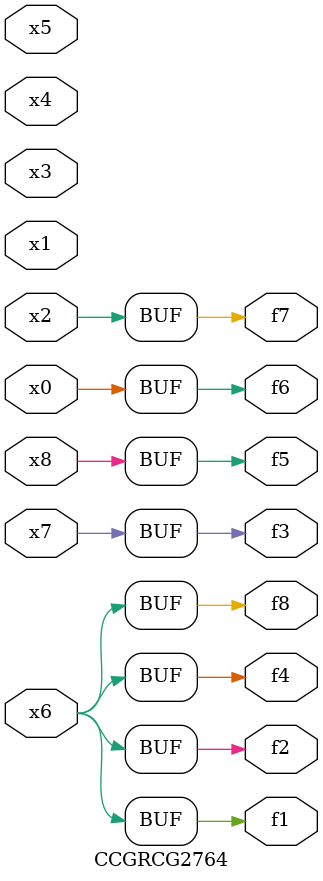
<source format=v>
module CCGRCG2764(
	input x0, x1, x2, x3, x4, x5, x6, x7, x8,
	output f1, f2, f3, f4, f5, f6, f7, f8
);
	assign f1 = x6;
	assign f2 = x6;
	assign f3 = x7;
	assign f4 = x6;
	assign f5 = x8;
	assign f6 = x0;
	assign f7 = x2;
	assign f8 = x6;
endmodule

</source>
